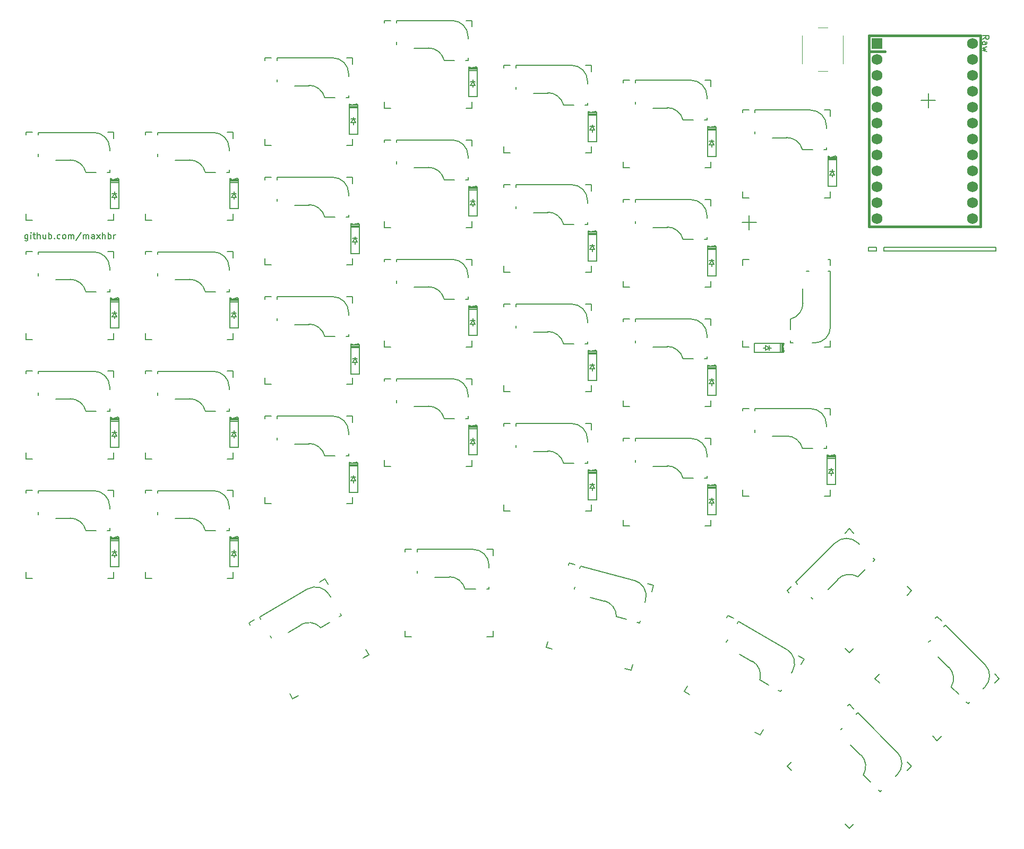
<source format=gbr>
%TF.GenerationSoftware,KiCad,Pcbnew,6.0.4*%
%TF.CreationDate,2022-04-28T08:17:54+02:00*%
%TF.ProjectId,mykeeb,6d796b65-6562-42e6-9b69-6361645f7063,rev?*%
%TF.SameCoordinates,Original*%
%TF.FileFunction,Legend,Top*%
%TF.FilePolarity,Positive*%
%FSLAX46Y46*%
G04 Gerber Fmt 4.6, Leading zero omitted, Abs format (unit mm)*
G04 Created by KiCad (PCBNEW 6.0.4) date 2022-04-28 08:17:54*
%MOMM*%
%LPD*%
G01*
G04 APERTURE LIST*
%ADD10C,0.150000*%
%ADD11C,0.200000*%
%ADD12C,0.120000*%
%ADD13C,0.381000*%
%ADD14C,1.752600*%
%ADD15R,1.752600X1.752600*%
G04 APERTURE END LIST*
D10*
X157162632Y-59531300D02*
X175022022Y-59531300D01*
X175022022Y-59531300D02*
X175022022Y-58935987D01*
X175022022Y-58935987D02*
X157162632Y-58935987D01*
X157162632Y-58935987D02*
X157162632Y-59531300D01*
X154781380Y-59531300D02*
X155972006Y-59531300D01*
X155972006Y-59531300D02*
X155972006Y-58935987D01*
X155972006Y-58935987D02*
X154781380Y-58935987D01*
X154781380Y-58935987D02*
X154781380Y-59531300D01*
X165449142Y-35504453D02*
X163163427Y-35504453D01*
X164306285Y-34361596D02*
X164306285Y-36647310D01*
X20670112Y-56935762D02*
X20670112Y-57745286D01*
X20622493Y-57840524D01*
X20574874Y-57888143D01*
X20479636Y-57935762D01*
X20336778Y-57935762D01*
X20241540Y-57888143D01*
X20670112Y-57554809D02*
X20574874Y-57602428D01*
X20384398Y-57602428D01*
X20289159Y-57554809D01*
X20241540Y-57507190D01*
X20193921Y-57411952D01*
X20193921Y-57126238D01*
X20241540Y-57031000D01*
X20289159Y-56983381D01*
X20384398Y-56935762D01*
X20574874Y-56935762D01*
X20670112Y-56983381D01*
X21146302Y-57602428D02*
X21146302Y-56935762D01*
X21146302Y-56602428D02*
X21098683Y-56650048D01*
X21146302Y-56697667D01*
X21193921Y-56650048D01*
X21146302Y-56602428D01*
X21146302Y-56697667D01*
X21479636Y-56935762D02*
X21860588Y-56935762D01*
X21622493Y-56602428D02*
X21622493Y-57459571D01*
X21670112Y-57554809D01*
X21765350Y-57602428D01*
X21860588Y-57602428D01*
X22193921Y-57602428D02*
X22193921Y-56602428D01*
X22622493Y-57602428D02*
X22622493Y-57078619D01*
X22574874Y-56983381D01*
X22479636Y-56935762D01*
X22336778Y-56935762D01*
X22241540Y-56983381D01*
X22193921Y-57031000D01*
X23527255Y-56935762D02*
X23527255Y-57602428D01*
X23098683Y-56935762D02*
X23098683Y-57459571D01*
X23146302Y-57554809D01*
X23241540Y-57602428D01*
X23384398Y-57602428D01*
X23479636Y-57554809D01*
X23527255Y-57507190D01*
X24003445Y-57602428D02*
X24003445Y-56602428D01*
X24003445Y-56983381D02*
X24098683Y-56935762D01*
X24289159Y-56935762D01*
X24384398Y-56983381D01*
X24432017Y-57031000D01*
X24479636Y-57126238D01*
X24479636Y-57411952D01*
X24432017Y-57507190D01*
X24384398Y-57554809D01*
X24289159Y-57602428D01*
X24098683Y-57602428D01*
X24003445Y-57554809D01*
X24908207Y-57507190D02*
X24955826Y-57554809D01*
X24908207Y-57602428D01*
X24860588Y-57554809D01*
X24908207Y-57507190D01*
X24908207Y-57602428D01*
X25812969Y-57554809D02*
X25717731Y-57602428D01*
X25527255Y-57602428D01*
X25432017Y-57554809D01*
X25384398Y-57507190D01*
X25336778Y-57411952D01*
X25336778Y-57126238D01*
X25384398Y-57031000D01*
X25432017Y-56983381D01*
X25527255Y-56935762D01*
X25717731Y-56935762D01*
X25812969Y-56983381D01*
X26384398Y-57602428D02*
X26289159Y-57554809D01*
X26241540Y-57507190D01*
X26193921Y-57411952D01*
X26193921Y-57126238D01*
X26241540Y-57031000D01*
X26289159Y-56983381D01*
X26384398Y-56935762D01*
X26527255Y-56935762D01*
X26622493Y-56983381D01*
X26670112Y-57031000D01*
X26717731Y-57126238D01*
X26717731Y-57411952D01*
X26670112Y-57507190D01*
X26622493Y-57554809D01*
X26527255Y-57602428D01*
X26384398Y-57602428D01*
X27146302Y-57602428D02*
X27146302Y-56935762D01*
X27146302Y-57031000D02*
X27193921Y-56983381D01*
X27289159Y-56935762D01*
X27432017Y-56935762D01*
X27527255Y-56983381D01*
X27574874Y-57078619D01*
X27574874Y-57602428D01*
X27574874Y-57078619D02*
X27622493Y-56983381D01*
X27717731Y-56935762D01*
X27860588Y-56935762D01*
X27955826Y-56983381D01*
X28003445Y-57078619D01*
X28003445Y-57602428D01*
X29193921Y-56554809D02*
X28336778Y-57840524D01*
X29527255Y-57602428D02*
X29527255Y-56935762D01*
X29527255Y-57031000D02*
X29574874Y-56983381D01*
X29670112Y-56935762D01*
X29812969Y-56935762D01*
X29908207Y-56983381D01*
X29955826Y-57078619D01*
X29955826Y-57602428D01*
X29955826Y-57078619D02*
X30003445Y-56983381D01*
X30098683Y-56935762D01*
X30241540Y-56935762D01*
X30336778Y-56983381D01*
X30384398Y-57078619D01*
X30384398Y-57602428D01*
X31289159Y-57602428D02*
X31289159Y-57078619D01*
X31241540Y-56983381D01*
X31146302Y-56935762D01*
X30955826Y-56935762D01*
X30860588Y-56983381D01*
X31289159Y-57554809D02*
X31193921Y-57602428D01*
X30955826Y-57602428D01*
X30860588Y-57554809D01*
X30812969Y-57459571D01*
X30812969Y-57364333D01*
X30860588Y-57269095D01*
X30955826Y-57221476D01*
X31193921Y-57221476D01*
X31289159Y-57173857D01*
X31670112Y-57602428D02*
X32193921Y-56935762D01*
X31670112Y-56935762D02*
X32193921Y-57602428D01*
X32574874Y-57602428D02*
X32574874Y-56602428D01*
X33003445Y-57602428D02*
X33003445Y-57078619D01*
X32955826Y-56983381D01*
X32860588Y-56935762D01*
X32717731Y-56935762D01*
X32622493Y-56983381D01*
X32574874Y-57031000D01*
X33479636Y-57602428D02*
X33479636Y-56602428D01*
X33479636Y-56983381D02*
X33574874Y-56935762D01*
X33765350Y-56935762D01*
X33860588Y-56983381D01*
X33908207Y-57031000D01*
X33955826Y-57126238D01*
X33955826Y-57411952D01*
X33908207Y-57507190D01*
X33860588Y-57554809D01*
X33765350Y-57602428D01*
X33574874Y-57602428D01*
X33479636Y-57554809D01*
X34384398Y-57602428D02*
X34384398Y-56935762D01*
X34384398Y-57126238D02*
X34432017Y-57031000D01*
X34479636Y-56983381D01*
X34574874Y-56935762D01*
X34670112Y-56935762D01*
X134588506Y-54983081D02*
X136874221Y-54983081D01*
X135731364Y-56125938D02*
X135731364Y-53840224D01*
%TO.C,U1*%
X172955619Y-25749333D02*
X173431809Y-25416000D01*
X172955619Y-25177904D02*
X173955619Y-25177904D01*
X173955619Y-25558857D01*
X173908000Y-25654095D01*
X173860380Y-25701714D01*
X173765142Y-25749333D01*
X173622285Y-25749333D01*
X173527047Y-25701714D01*
X173479428Y-25654095D01*
X173431809Y-25558857D01*
X173431809Y-25177904D01*
X172955619Y-26606476D02*
X173479428Y-26606476D01*
X173574666Y-26558857D01*
X173622285Y-26463619D01*
X173622285Y-26273142D01*
X173574666Y-26177904D01*
X173003238Y-26606476D02*
X172955619Y-26511238D01*
X172955619Y-26273142D01*
X173003238Y-26177904D01*
X173098476Y-26130285D01*
X173193714Y-26130285D01*
X173288952Y-26177904D01*
X173336571Y-26273142D01*
X173336571Y-26511238D01*
X173384190Y-26606476D01*
X173622285Y-26987428D02*
X172955619Y-27177904D01*
X173431809Y-27368380D01*
X172955619Y-27558857D01*
X173622285Y-27749333D01*
%TO.C,K26*%
X148684375Y-97678125D02*
X148684375Y-98678125D01*
X139398375Y-89138125D02*
X141684375Y-89138125D01*
X148684375Y-98678125D02*
X147684375Y-98678125D01*
X134684375Y-98678125D02*
X134684375Y-97678125D01*
X136604375Y-84693125D02*
X136604375Y-85074125D01*
X147653375Y-91043125D02*
X148034375Y-91043125D01*
X148684375Y-84678125D02*
X148684375Y-85678125D01*
X147684375Y-84678125D02*
X148684375Y-84678125D01*
X144224375Y-91043125D02*
X145875375Y-91043125D01*
X134684375Y-84678125D02*
X135684375Y-84678125D01*
X136604375Y-88122125D02*
X136604375Y-88503125D01*
X134684375Y-85074125D02*
X134684375Y-84678125D01*
X145494375Y-84693125D02*
X136604375Y-84693125D01*
X148034375Y-87233125D02*
X148034375Y-87614125D01*
X135684375Y-98678125D02*
X134684375Y-98678125D01*
X148034375Y-91043125D02*
X148034375Y-90662125D01*
X144224374Y-91043126D02*
G75*
G03*
X141684376Y-89059954I-2539999J-634999D01*
G01*
X148034375Y-87233125D02*
G75*
G03*
X145494375Y-84693125I-2540000J0D01*
G01*
D11*
%TO.C,D33*%
X92186125Y-87277625D02*
X91424125Y-87477625D01*
X90978125Y-87277625D02*
X90978125Y-92077625D01*
X92378125Y-87477625D02*
X90978125Y-87477625D01*
X92378125Y-92077625D02*
X90978125Y-92077625D01*
X91678125Y-89677625D02*
X91678125Y-89377625D01*
X92378125Y-87423625D02*
X92378125Y-92077625D01*
X92028125Y-90277625D02*
X91278125Y-90277625D01*
X92028125Y-89677625D02*
X91278125Y-89677625D01*
X92378125Y-87877625D02*
X90978125Y-87877625D01*
X91278125Y-90277625D02*
X91678125Y-89677625D01*
X91678125Y-90277625D02*
X91678125Y-90577625D01*
X92378125Y-87677625D02*
X90978125Y-87677625D01*
X91678125Y-89677625D02*
X92028125Y-90277625D01*
X92186125Y-87277625D02*
X92378125Y-87423625D01*
X91424125Y-87477625D02*
X90978125Y-87277625D01*
D10*
%TO.C,K14*%
X109553375Y-55324375D02*
X109934375Y-55324375D01*
X110584375Y-62959375D02*
X109584375Y-62959375D01*
X97584375Y-62959375D02*
X96584375Y-62959375D01*
X96584375Y-48959375D02*
X97584375Y-48959375D01*
X101298375Y-53419375D02*
X103584375Y-53419375D01*
X98504375Y-48974375D02*
X98504375Y-49355375D01*
X110584375Y-48959375D02*
X110584375Y-49959375D01*
X109934375Y-51514375D02*
X109934375Y-51895375D01*
X98504375Y-52403375D02*
X98504375Y-52784375D01*
X96584375Y-49355375D02*
X96584375Y-48959375D01*
X109934375Y-55324375D02*
X109934375Y-54943375D01*
X96584375Y-62959375D02*
X96584375Y-61959375D01*
X109584375Y-48959375D02*
X110584375Y-48959375D01*
X110584375Y-61959375D02*
X110584375Y-62959375D01*
X107394375Y-48974375D02*
X98504375Y-48974375D01*
X106124375Y-55324375D02*
X107775375Y-55324375D01*
X109934375Y-51514375D02*
G75*
G03*
X107394375Y-48974375I-2540000J0D01*
G01*
X106124374Y-55324376D02*
G75*
G03*
X103584376Y-53341204I-2539999J-634999D01*
G01*
%TO.C,K12*%
X71834375Y-50323750D02*
X71834375Y-50704750D01*
X72484375Y-47768750D02*
X72484375Y-48768750D01*
X60404375Y-47783750D02*
X60404375Y-48164750D01*
X71484375Y-47768750D02*
X72484375Y-47768750D01*
X72484375Y-61768750D02*
X71484375Y-61768750D01*
X59484375Y-61768750D02*
X58484375Y-61768750D01*
X68024375Y-54133750D02*
X69675375Y-54133750D01*
X72484375Y-60768750D02*
X72484375Y-61768750D01*
X58484375Y-61768750D02*
X58484375Y-60768750D01*
X71453375Y-54133750D02*
X71834375Y-54133750D01*
X63198375Y-52228750D02*
X65484375Y-52228750D01*
X69294375Y-47783750D02*
X60404375Y-47783750D01*
X71834375Y-54133750D02*
X71834375Y-53752750D01*
X58484375Y-48164750D02*
X58484375Y-47768750D01*
X60404375Y-51212750D02*
X60404375Y-51593750D01*
X58484375Y-47768750D02*
X59484375Y-47768750D01*
X71834375Y-50323750D02*
G75*
G03*
X69294375Y-47783750I-2540000J0D01*
G01*
X68024374Y-54133751D02*
G75*
G03*
X65484376Y-52150579I-2539999J-634999D01*
G01*
D11*
%TO.C,D32*%
X72228125Y-96230750D02*
X72628125Y-95630750D01*
X73328125Y-98030750D02*
X71928125Y-98030750D01*
X73136125Y-93230750D02*
X73328125Y-93376750D01*
X72374125Y-93430750D02*
X71928125Y-93230750D01*
X73328125Y-93376750D02*
X73328125Y-98030750D01*
X72628125Y-95630750D02*
X72978125Y-96230750D01*
X72628125Y-95630750D02*
X72628125Y-95330750D01*
X72978125Y-95630750D02*
X72228125Y-95630750D01*
X73328125Y-93430750D02*
X71928125Y-93430750D01*
X71928125Y-93230750D02*
X71928125Y-98030750D01*
X73328125Y-93830750D02*
X71928125Y-93830750D01*
X72628125Y-96230750D02*
X72628125Y-96530750D01*
X72978125Y-96230750D02*
X72228125Y-96230750D01*
X73136125Y-93230750D02*
X72374125Y-93430750D01*
X73328125Y-93630750D02*
X71928125Y-93630750D01*
D10*
%TO.C,K22*%
X71484375Y-66818750D02*
X72484375Y-66818750D01*
X72484375Y-80818750D02*
X71484375Y-80818750D01*
X72484375Y-79818750D02*
X72484375Y-80818750D01*
X58484375Y-80818750D02*
X58484375Y-79818750D01*
X71834375Y-73183750D02*
X71834375Y-72802750D01*
X69294375Y-66833750D02*
X60404375Y-66833750D01*
X59484375Y-80818750D02*
X58484375Y-80818750D01*
X58484375Y-67214750D02*
X58484375Y-66818750D01*
X72484375Y-66818750D02*
X72484375Y-67818750D01*
X71453375Y-73183750D02*
X71834375Y-73183750D01*
X58484375Y-66818750D02*
X59484375Y-66818750D01*
X63198375Y-71278750D02*
X65484375Y-71278750D01*
X60404375Y-70262750D02*
X60404375Y-70643750D01*
X60404375Y-66833750D02*
X60404375Y-67214750D01*
X71834375Y-69373750D02*
X71834375Y-69754750D01*
X68024375Y-73183750D02*
X69675375Y-73183750D01*
X68024374Y-73183751D02*
G75*
G03*
X65484376Y-71200579I-2539999J-634999D01*
G01*
X71834375Y-69373750D02*
G75*
G03*
X69294375Y-66833750I-2540000J0D01*
G01*
%TO.C,K45*%
X170631740Y-131807237D02*
X170901148Y-131537830D01*
X164614968Y-121659548D02*
X164345561Y-121928956D01*
X170362332Y-131537830D02*
X170631740Y-131807237D01*
X155793104Y-127766122D02*
X156500211Y-127059015D01*
X175592094Y-127766122D02*
X174884987Y-128473229D01*
X174884987Y-127059015D02*
X175592094Y-127766122D01*
X156500211Y-128473229D02*
X155793104Y-127766122D01*
X165412585Y-118146641D02*
X165692599Y-117866627D01*
X167937663Y-129113160D02*
X169105096Y-130280594D01*
X166399706Y-136958510D02*
X165692599Y-137665617D01*
X167039637Y-119234879D02*
X166770230Y-119504286D01*
X165692599Y-137665617D02*
X164985492Y-136958510D01*
X165872204Y-124353625D02*
X167488650Y-125970071D01*
X165692599Y-117866627D02*
X166399706Y-118573734D01*
X173325817Y-125521058D02*
X167039637Y-119234879D01*
X173325817Y-129113160D02*
X173056409Y-129382568D01*
X173325817Y-129113160D02*
G75*
G03*
X173325817Y-125521058I-1796052J1796051D01*
G01*
X167937662Y-129113160D02*
G75*
G03*
X167543926Y-125914796I-2245063J1347038D01*
G01*
%TO.C,K44*%
X156631740Y-145807237D02*
X156901148Y-145537830D01*
X153039637Y-133234879D02*
X152770230Y-133504286D01*
X150614968Y-135659548D02*
X150345561Y-135928956D01*
X151692599Y-151665617D02*
X150985492Y-150958510D01*
X160884987Y-141059015D02*
X161592094Y-141766122D01*
X156362332Y-145537830D02*
X156631740Y-145807237D01*
X159325817Y-143113160D02*
X159056409Y-143382568D01*
X161592094Y-141766122D02*
X160884987Y-142473229D01*
X151412585Y-132146641D02*
X151692599Y-131866627D01*
X151692599Y-131866627D02*
X152399706Y-132573734D01*
X141793104Y-141766122D02*
X142500211Y-141059015D01*
X142500211Y-142473229D02*
X141793104Y-141766122D01*
X151872204Y-138353625D02*
X153488650Y-139970071D01*
X159325817Y-139521058D02*
X153039637Y-133234879D01*
X153937663Y-143113160D02*
X155105096Y-144280594D01*
X152399706Y-150958510D02*
X151692599Y-151665617D01*
X153937662Y-143113160D02*
G75*
G03*
X153543926Y-139914796I-2245063J1347038D01*
G01*
X159325817Y-143113160D02*
G75*
G03*
X159325817Y-139521058I-1796052J1796051D01*
G01*
D11*
%TO.C,D10*%
X34528125Y-69437000D02*
X34878125Y-70037000D01*
X35228125Y-67183000D02*
X35228125Y-71837000D01*
X35228125Y-71837000D02*
X33828125Y-71837000D01*
X34128125Y-70037000D02*
X34528125Y-69437000D01*
X35036125Y-67037000D02*
X34274125Y-67237000D01*
X35228125Y-67437000D02*
X33828125Y-67437000D01*
X34274125Y-67237000D02*
X33828125Y-67037000D01*
X34528125Y-70037000D02*
X34528125Y-70337000D01*
X35228125Y-67637000D02*
X33828125Y-67637000D01*
X34878125Y-69437000D02*
X34128125Y-69437000D01*
X34528125Y-69437000D02*
X34528125Y-69137000D01*
X35036125Y-67037000D02*
X35228125Y-67183000D01*
X33828125Y-67037000D02*
X33828125Y-71837000D01*
X35228125Y-67237000D02*
X33828125Y-67237000D01*
X34878125Y-70037000D02*
X34128125Y-70037000D01*
%TO.C,D2*%
X73328125Y-40880750D02*
X71928125Y-40880750D01*
X72628125Y-39080750D02*
X72628125Y-39380750D01*
X73328125Y-36480750D02*
X71928125Y-36480750D01*
X72978125Y-39080750D02*
X72228125Y-39080750D01*
X72228125Y-39080750D02*
X72628125Y-38480750D01*
X73136125Y-36080750D02*
X73328125Y-36226750D01*
X72978125Y-38480750D02*
X72228125Y-38480750D01*
X72374125Y-36280750D02*
X71928125Y-36080750D01*
X72628125Y-38480750D02*
X72978125Y-39080750D01*
X73328125Y-36680750D02*
X71928125Y-36680750D01*
X72628125Y-38480750D02*
X72628125Y-38180750D01*
X71928125Y-36080750D02*
X71928125Y-40880750D01*
X73328125Y-36280750D02*
X71928125Y-36280750D01*
X73328125Y-36226750D02*
X73328125Y-40880750D01*
X73136125Y-36080750D02*
X72374125Y-36280750D01*
D12*
%TO.C,SW1*%
X146696875Y-30884375D02*
X148196875Y-30884375D01*
X148196875Y-23884375D02*
X146696875Y-23884375D01*
X144196875Y-25134375D02*
X144196875Y-29634375D01*
X150696875Y-29634375D02*
X150696875Y-25134375D01*
D10*
%TO.C,K30*%
X33353375Y-104140000D02*
X33734375Y-104140000D01*
X34384375Y-111775000D02*
X33384375Y-111775000D01*
X29924375Y-104140000D02*
X31575375Y-104140000D01*
X33384375Y-97775000D02*
X34384375Y-97775000D01*
X25098375Y-102235000D02*
X27384375Y-102235000D01*
X22304375Y-101219000D02*
X22304375Y-101600000D01*
X33734375Y-104140000D02*
X33734375Y-103759000D01*
X33734375Y-100330000D02*
X33734375Y-100711000D01*
X22304375Y-97790000D02*
X22304375Y-98171000D01*
X31194375Y-97790000D02*
X22304375Y-97790000D01*
X34384375Y-97775000D02*
X34384375Y-98775000D01*
X20384375Y-111775000D02*
X20384375Y-110775000D01*
X34384375Y-110775000D02*
X34384375Y-111775000D01*
X20384375Y-98171000D02*
X20384375Y-97775000D01*
X20384375Y-97775000D02*
X21384375Y-97775000D01*
X21384375Y-111775000D02*
X20384375Y-111775000D01*
X29924374Y-104140001D02*
G75*
G03*
X27384376Y-102156829I-2539999J-634999D01*
G01*
X33734375Y-100330000D02*
G75*
G03*
X31194375Y-97790000I-2540000J0D01*
G01*
D11*
%TO.C,D14*%
X110728125Y-58721375D02*
X111078125Y-59321375D01*
X111078125Y-58721375D02*
X110328125Y-58721375D01*
X111428125Y-56521375D02*
X110028125Y-56521375D01*
X111428125Y-56467375D02*
X111428125Y-61121375D01*
X111236125Y-56321375D02*
X111428125Y-56467375D01*
X111428125Y-56921375D02*
X110028125Y-56921375D01*
X110328125Y-59321375D02*
X110728125Y-58721375D01*
X110474125Y-56521375D02*
X110028125Y-56321375D01*
X111236125Y-56321375D02*
X110474125Y-56521375D01*
X111078125Y-59321375D02*
X110328125Y-59321375D01*
X111428125Y-56721375D02*
X110028125Y-56721375D01*
X110028125Y-56321375D02*
X110028125Y-61121375D01*
X110728125Y-58721375D02*
X110728125Y-58421375D01*
X111428125Y-61121375D02*
X110028125Y-61121375D01*
X110728125Y-59321375D02*
X110728125Y-59621375D01*
%TO.C,D5*%
X130286125Y-39652625D02*
X130478125Y-39798625D01*
X130478125Y-39798625D02*
X130478125Y-44452625D01*
X130478125Y-40252625D02*
X129078125Y-40252625D01*
X129778125Y-42052625D02*
X129778125Y-41752625D01*
X130128125Y-42052625D02*
X129378125Y-42052625D01*
X129778125Y-42052625D02*
X130128125Y-42652625D01*
X130478125Y-39852625D02*
X129078125Y-39852625D01*
X129778125Y-42652625D02*
X129778125Y-42952625D01*
X130478125Y-40052625D02*
X129078125Y-40052625D01*
X129524125Y-39852625D02*
X129078125Y-39652625D01*
X130478125Y-44452625D02*
X129078125Y-44452625D01*
X130128125Y-42652625D02*
X129378125Y-42652625D01*
X130286125Y-39652625D02*
X129524125Y-39852625D01*
X129378125Y-42652625D02*
X129778125Y-42052625D01*
X129078125Y-39652625D02*
X129078125Y-44452625D01*
%TO.C,D15*%
X130478125Y-59302625D02*
X129078125Y-59302625D01*
X129078125Y-58702625D02*
X129078125Y-63502625D01*
X130128125Y-61102625D02*
X129378125Y-61102625D01*
X130478125Y-58848625D02*
X130478125Y-63502625D01*
X130478125Y-63502625D02*
X129078125Y-63502625D01*
X129524125Y-58902625D02*
X129078125Y-58702625D01*
X129778125Y-61102625D02*
X130128125Y-61702625D01*
X130478125Y-58902625D02*
X129078125Y-58902625D01*
X129778125Y-61102625D02*
X129778125Y-60802625D01*
X130478125Y-59102625D02*
X129078125Y-59102625D01*
X130286125Y-58702625D02*
X129524125Y-58902625D01*
X129378125Y-61702625D02*
X129778125Y-61102625D01*
X130128125Y-61702625D02*
X129378125Y-61702625D01*
X129778125Y-61702625D02*
X129778125Y-62002625D01*
X130286125Y-58702625D02*
X130478125Y-58848625D01*
%TO.C,D11*%
X52878125Y-67037000D02*
X52878125Y-71837000D01*
X54278125Y-67237000D02*
X52878125Y-67237000D01*
X54278125Y-67183000D02*
X54278125Y-71837000D01*
X54086125Y-67037000D02*
X54278125Y-67183000D01*
X53578125Y-69437000D02*
X53578125Y-69137000D01*
X54278125Y-67437000D02*
X52878125Y-67437000D01*
X53928125Y-69437000D02*
X53178125Y-69437000D01*
X53928125Y-70037000D02*
X53178125Y-70037000D01*
X54278125Y-67637000D02*
X52878125Y-67637000D01*
X53578125Y-69437000D02*
X53928125Y-70037000D01*
X54086125Y-67037000D02*
X53324125Y-67237000D01*
X54278125Y-71837000D02*
X52878125Y-71837000D01*
X53578125Y-70037000D02*
X53578125Y-70337000D01*
X53324125Y-67237000D02*
X52878125Y-67037000D01*
X53178125Y-70037000D02*
X53578125Y-69437000D01*
D10*
%TO.C,K31*%
X52403375Y-104140000D02*
X52784375Y-104140000D01*
X40434375Y-111775000D02*
X39434375Y-111775000D01*
X44148375Y-102235000D02*
X46434375Y-102235000D01*
X52784375Y-100330000D02*
X52784375Y-100711000D01*
X52784375Y-104140000D02*
X52784375Y-103759000D01*
X50244375Y-97790000D02*
X41354375Y-97790000D01*
X41354375Y-101219000D02*
X41354375Y-101600000D01*
X39434375Y-111775000D02*
X39434375Y-110775000D01*
X53434375Y-110775000D02*
X53434375Y-111775000D01*
X53434375Y-97775000D02*
X53434375Y-98775000D01*
X48974375Y-104140000D02*
X50625375Y-104140000D01*
X39434375Y-97775000D02*
X40434375Y-97775000D01*
X53434375Y-111775000D02*
X52434375Y-111775000D01*
X39434375Y-98171000D02*
X39434375Y-97775000D01*
X52434375Y-97775000D02*
X53434375Y-97775000D01*
X41354375Y-97790000D02*
X41354375Y-98171000D01*
X48974374Y-104140001D02*
G75*
G03*
X46434376Y-102156829I-2539999J-634999D01*
G01*
X52784375Y-100330000D02*
G75*
G03*
X50244375Y-97790000I-2540000J0D01*
G01*
%TO.C,K40*%
X62922197Y-131005928D02*
X62422197Y-130139902D01*
X74546553Y-123139902D02*
X75046553Y-124005928D01*
X57592466Y-117934563D02*
X57782966Y-118264518D01*
X56120197Y-119224518D02*
X55922197Y-118881572D01*
X68761136Y-114419267D02*
X68951636Y-114749223D01*
X70336181Y-117909324D02*
X70666136Y-117718824D01*
X67180527Y-112381572D02*
X68046553Y-111881572D01*
X67366580Y-119623824D02*
X68796387Y-118798324D01*
X65291432Y-113489563D02*
X57592466Y-117934563D01*
X68046553Y-111881572D02*
X68546553Y-112747598D01*
X63788223Y-130505928D02*
X62922197Y-131005928D01*
X75046553Y-124005928D02*
X74180527Y-124505928D01*
X70666136Y-117718824D02*
X70475636Y-117388868D01*
X55922197Y-118881572D02*
X56788223Y-118381572D01*
X59306966Y-120904164D02*
X59497466Y-121234119D01*
X62234641Y-120387045D02*
X64214375Y-119244045D01*
X68761136Y-114419267D02*
G75*
G03*
X65291432Y-113489563I-2199704J-1270000D01*
G01*
X67366579Y-119623825D02*
G75*
G03*
X64175290Y-119176347I-1882204J-1819925D01*
G01*
%TO.C,K46*%
X150985492Y-104573734D02*
X151692599Y-103866627D01*
X161592094Y-113766122D02*
X160884987Y-114473229D01*
X148280102Y-113586517D02*
X149896548Y-111970071D01*
X155733714Y-108826981D02*
X155464307Y-108557573D01*
X145586025Y-114843753D02*
X145855433Y-115113160D01*
X152399706Y-122958510D02*
X151692599Y-123665617D01*
X155464307Y-109096389D02*
X155733714Y-108826981D01*
X153039637Y-111521058D02*
X154207071Y-110353625D01*
X149447535Y-106132904D02*
X143161356Y-112419084D01*
X160884987Y-113059015D02*
X161592094Y-113766122D01*
X141793104Y-113766122D02*
X142500211Y-113059015D01*
X151692599Y-123665617D02*
X150985492Y-122958510D01*
X143161356Y-112419084D02*
X143430763Y-112688491D01*
X153039637Y-106132904D02*
X153309045Y-106402312D01*
X151692599Y-103866627D02*
X152399706Y-104573734D01*
X142073118Y-114046136D02*
X141793104Y-113766122D01*
X153039637Y-106132904D02*
G75*
G03*
X149447535Y-106132904I-1796051J-1796052D01*
G01*
X153039637Y-111521059D02*
G75*
G03*
X149841273Y-111914795I-1347038J-2245063D01*
G01*
D11*
%TO.C,D16*%
X141122375Y-74755375D02*
X141322375Y-74309375D01*
X136522375Y-75709375D02*
X136522375Y-74309375D01*
X141122375Y-75709375D02*
X141122375Y-74309375D01*
X141322375Y-75517375D02*
X141176375Y-75709375D01*
X138322375Y-75009375D02*
X138022375Y-75009375D01*
X141176375Y-75709375D02*
X136522375Y-75709375D01*
X141322375Y-75517375D02*
X141122375Y-74755375D01*
X138922375Y-75009375D02*
X139222375Y-75009375D01*
X138322375Y-74609375D02*
X138922375Y-75009375D01*
X141322375Y-74309375D02*
X136522375Y-74309375D01*
X138922375Y-75009375D02*
X138322375Y-75359375D01*
X138922375Y-75359375D02*
X138922375Y-74609375D01*
X140922375Y-75709375D02*
X140922375Y-74309375D01*
X140722375Y-75709375D02*
X140722375Y-74309375D01*
X138322375Y-75359375D02*
X138322375Y-74609375D01*
D10*
%TO.C,K20*%
X20384375Y-78725000D02*
X21384375Y-78725000D01*
X29924375Y-85090000D02*
X31575375Y-85090000D01*
X33384375Y-78725000D02*
X34384375Y-78725000D01*
X33353375Y-85090000D02*
X33734375Y-85090000D01*
X22304375Y-82169000D02*
X22304375Y-82550000D01*
X20384375Y-79121000D02*
X20384375Y-78725000D01*
X34384375Y-78725000D02*
X34384375Y-79725000D01*
X31194375Y-78740000D02*
X22304375Y-78740000D01*
X33734375Y-81280000D02*
X33734375Y-81661000D01*
X33734375Y-85090000D02*
X33734375Y-84709000D01*
X34384375Y-92725000D02*
X33384375Y-92725000D01*
X25098375Y-83185000D02*
X27384375Y-83185000D01*
X22304375Y-78740000D02*
X22304375Y-79121000D01*
X34384375Y-91725000D02*
X34384375Y-92725000D01*
X20384375Y-92725000D02*
X20384375Y-91725000D01*
X21384375Y-92725000D02*
X20384375Y-92725000D01*
X29924374Y-85090001D02*
G75*
G03*
X27384376Y-83106829I-2539999J-634999D01*
G01*
X33734375Y-81280000D02*
G75*
G03*
X31194375Y-78740000I-2540000J0D01*
G01*
D11*
%TO.C,D30*%
X35036125Y-105137000D02*
X34274125Y-105337000D01*
X34128125Y-108137000D02*
X34528125Y-107537000D01*
X35228125Y-105337000D02*
X33828125Y-105337000D01*
X34878125Y-108137000D02*
X34128125Y-108137000D01*
X34878125Y-107537000D02*
X34128125Y-107537000D01*
X35228125Y-105537000D02*
X33828125Y-105537000D01*
X35228125Y-105737000D02*
X33828125Y-105737000D01*
X34274125Y-105337000D02*
X33828125Y-105137000D01*
X35228125Y-109937000D02*
X33828125Y-109937000D01*
X34528125Y-107537000D02*
X34878125Y-108137000D01*
X35036125Y-105137000D02*
X35228125Y-105283000D01*
X33828125Y-105137000D02*
X33828125Y-109937000D01*
X34528125Y-107537000D02*
X34528125Y-107237000D01*
X34528125Y-108137000D02*
X34528125Y-108437000D01*
X35228125Y-105283000D02*
X35228125Y-109937000D01*
%TO.C,D25*%
X130128125Y-80752625D02*
X129378125Y-80752625D01*
X129778125Y-80152625D02*
X129778125Y-79852625D01*
X130286125Y-77752625D02*
X129524125Y-77952625D01*
X130128125Y-80152625D02*
X129378125Y-80152625D01*
X130478125Y-78352625D02*
X129078125Y-78352625D01*
X129778125Y-80152625D02*
X130128125Y-80752625D01*
X130478125Y-78152625D02*
X129078125Y-78152625D01*
X130478125Y-77898625D02*
X130478125Y-82552625D01*
X129524125Y-77952625D02*
X129078125Y-77752625D01*
X130478125Y-77952625D02*
X129078125Y-77952625D01*
X129378125Y-80752625D02*
X129778125Y-80152625D01*
X130286125Y-77752625D02*
X130478125Y-77898625D01*
X130478125Y-82552625D02*
X129078125Y-82552625D01*
X129778125Y-80752625D02*
X129778125Y-81052625D01*
X129078125Y-77752625D02*
X129078125Y-82552625D01*
%TO.C,D0*%
X35228125Y-48133000D02*
X35228125Y-52787000D01*
X34528125Y-50387000D02*
X34878125Y-50987000D01*
X34528125Y-50987000D02*
X34528125Y-51287000D01*
X34878125Y-50987000D02*
X34128125Y-50987000D01*
X35036125Y-47987000D02*
X35228125Y-48133000D01*
X34528125Y-50387000D02*
X34528125Y-50087000D01*
X33828125Y-47987000D02*
X33828125Y-52787000D01*
X35036125Y-47987000D02*
X34274125Y-48187000D01*
X34878125Y-50387000D02*
X34128125Y-50387000D01*
X35228125Y-48387000D02*
X33828125Y-48387000D01*
X35228125Y-48587000D02*
X33828125Y-48587000D01*
X34128125Y-50987000D02*
X34528125Y-50387000D01*
X35228125Y-48187000D02*
X33828125Y-48187000D01*
X34274125Y-48187000D02*
X33828125Y-47987000D01*
X35228125Y-52787000D02*
X33828125Y-52787000D01*
%TO.C,D4*%
X110328125Y-40271375D02*
X110728125Y-39671375D01*
X111428125Y-37671375D02*
X110028125Y-37671375D01*
X111428125Y-37417375D02*
X111428125Y-42071375D01*
X111428125Y-37471375D02*
X110028125Y-37471375D01*
X111236125Y-37271375D02*
X111428125Y-37417375D01*
X110728125Y-40271375D02*
X110728125Y-40571375D01*
X111428125Y-37871375D02*
X110028125Y-37871375D01*
X111078125Y-39671375D02*
X110328125Y-39671375D01*
X110728125Y-39671375D02*
X111078125Y-40271375D01*
X110728125Y-39671375D02*
X110728125Y-39371375D01*
X111236125Y-37271375D02*
X110474125Y-37471375D01*
X111428125Y-42071375D02*
X110028125Y-42071375D01*
X110474125Y-37471375D02*
X110028125Y-37271375D01*
X111078125Y-40271375D02*
X110328125Y-40271375D01*
X110028125Y-37271375D02*
X110028125Y-42071375D01*
D10*
%TO.C,K11*%
X53434375Y-59675000D02*
X53434375Y-60675000D01*
X52403375Y-66040000D02*
X52784375Y-66040000D01*
X48974375Y-66040000D02*
X50625375Y-66040000D01*
X39434375Y-73675000D02*
X39434375Y-72675000D01*
X39434375Y-60071000D02*
X39434375Y-59675000D01*
X52434375Y-59675000D02*
X53434375Y-59675000D01*
X53434375Y-72675000D02*
X53434375Y-73675000D01*
X44148375Y-64135000D02*
X46434375Y-64135000D01*
X41354375Y-59690000D02*
X41354375Y-60071000D01*
X53434375Y-73675000D02*
X52434375Y-73675000D01*
X40434375Y-73675000D02*
X39434375Y-73675000D01*
X52784375Y-66040000D02*
X52784375Y-65659000D01*
X41354375Y-63119000D02*
X41354375Y-63500000D01*
X50244375Y-59690000D02*
X41354375Y-59690000D01*
X52784375Y-62230000D02*
X52784375Y-62611000D01*
X39434375Y-59675000D02*
X40434375Y-59675000D01*
X52784375Y-62230000D02*
G75*
G03*
X50244375Y-59690000I-2540000J0D01*
G01*
X48974374Y-66040001D02*
G75*
G03*
X46434376Y-64056829I-2539999J-634999D01*
G01*
%TO.C,K4*%
X97584375Y-43909375D02*
X96584375Y-43909375D01*
X96584375Y-30305375D02*
X96584375Y-29909375D01*
X110584375Y-29909375D02*
X110584375Y-30909375D01*
X110584375Y-42909375D02*
X110584375Y-43909375D01*
X98504375Y-29924375D02*
X98504375Y-30305375D01*
X107394375Y-29924375D02*
X98504375Y-29924375D01*
X109584375Y-29909375D02*
X110584375Y-29909375D01*
X96584375Y-29909375D02*
X97584375Y-29909375D01*
X96584375Y-43909375D02*
X96584375Y-42909375D01*
X106124375Y-36274375D02*
X107775375Y-36274375D01*
X110584375Y-43909375D02*
X109584375Y-43909375D01*
X98504375Y-33353375D02*
X98504375Y-33734375D01*
X109553375Y-36274375D02*
X109934375Y-36274375D01*
X109934375Y-32464375D02*
X109934375Y-32845375D01*
X109934375Y-36274375D02*
X109934375Y-35893375D01*
X101298375Y-34369375D02*
X103584375Y-34369375D01*
X106124374Y-36274376D02*
G75*
G03*
X103584376Y-34291204I-2539999J-634999D01*
G01*
X109934375Y-32464375D02*
G75*
G03*
X107394375Y-29924375I-2540000J0D01*
G01*
D11*
%TO.C,D31*%
X54278125Y-105537000D02*
X52878125Y-105537000D01*
X53928125Y-108137000D02*
X53178125Y-108137000D01*
X54086125Y-105137000D02*
X53324125Y-105337000D01*
X53324125Y-105337000D02*
X52878125Y-105137000D01*
X53178125Y-108137000D02*
X53578125Y-107537000D01*
X53578125Y-107537000D02*
X53928125Y-108137000D01*
X53578125Y-107537000D02*
X53578125Y-107237000D01*
X54086125Y-105137000D02*
X54278125Y-105283000D01*
X53578125Y-108137000D02*
X53578125Y-108437000D01*
X54278125Y-105283000D02*
X54278125Y-109937000D01*
X54278125Y-105737000D02*
X52878125Y-105737000D01*
X52878125Y-105137000D02*
X52878125Y-109937000D01*
X53928125Y-107537000D02*
X53178125Y-107537000D01*
X54278125Y-105337000D02*
X52878125Y-105337000D01*
X54278125Y-109937000D02*
X52878125Y-109937000D01*
D10*
%TO.C,K10*%
X20384375Y-73675000D02*
X20384375Y-72675000D01*
X22304375Y-63119000D02*
X22304375Y-63500000D01*
X33734375Y-66040000D02*
X33734375Y-65659000D01*
X33734375Y-62230000D02*
X33734375Y-62611000D01*
X29924375Y-66040000D02*
X31575375Y-66040000D01*
X20384375Y-60071000D02*
X20384375Y-59675000D01*
X22304375Y-59690000D02*
X22304375Y-60071000D01*
X31194375Y-59690000D02*
X22304375Y-59690000D01*
X34384375Y-72675000D02*
X34384375Y-73675000D01*
X33384375Y-59675000D02*
X34384375Y-59675000D01*
X34384375Y-73675000D02*
X33384375Y-73675000D01*
X20384375Y-59675000D02*
X21384375Y-59675000D01*
X33353375Y-66040000D02*
X33734375Y-66040000D01*
X25098375Y-64135000D02*
X27384375Y-64135000D01*
X21384375Y-73675000D02*
X20384375Y-73675000D01*
X34384375Y-59675000D02*
X34384375Y-60675000D01*
X33734375Y-62230000D02*
G75*
G03*
X31194375Y-59690000I-2540000J0D01*
G01*
X29924374Y-66040001D02*
G75*
G03*
X27384376Y-64056829I-2539999J-634999D01*
G01*
D11*
%TO.C,D3*%
X91424125Y-30327625D02*
X90978125Y-30127625D01*
X91678125Y-33127625D02*
X91678125Y-33427625D01*
X92378125Y-30273625D02*
X92378125Y-34927625D01*
X92028125Y-32527625D02*
X91278125Y-32527625D01*
X92378125Y-30727625D02*
X90978125Y-30727625D01*
X92028125Y-33127625D02*
X91278125Y-33127625D01*
X91678125Y-32527625D02*
X91678125Y-32227625D01*
X90978125Y-30127625D02*
X90978125Y-34927625D01*
X92378125Y-30527625D02*
X90978125Y-30527625D01*
X92378125Y-34927625D02*
X90978125Y-34927625D01*
X92186125Y-30127625D02*
X91424125Y-30327625D01*
X92186125Y-30127625D02*
X92378125Y-30273625D01*
X92378125Y-30327625D02*
X90978125Y-30327625D01*
X91678125Y-32527625D02*
X92028125Y-33127625D01*
X91278125Y-33127625D02*
X91678125Y-32527625D01*
%TO.C,D13*%
X92378125Y-49577625D02*
X90978125Y-49577625D01*
X92378125Y-49777625D02*
X90978125Y-49777625D01*
X90978125Y-49177625D02*
X90978125Y-53977625D01*
X91678125Y-52177625D02*
X91678125Y-52477625D01*
X92186125Y-49177625D02*
X92378125Y-49323625D01*
X91678125Y-51577625D02*
X92028125Y-52177625D01*
X92378125Y-49377625D02*
X90978125Y-49377625D01*
X92378125Y-53977625D02*
X90978125Y-53977625D01*
X91424125Y-49377625D02*
X90978125Y-49177625D01*
X91678125Y-51577625D02*
X91678125Y-51277625D01*
X92186125Y-49177625D02*
X91424125Y-49377625D01*
X91278125Y-52177625D02*
X91678125Y-51577625D01*
X92028125Y-52177625D02*
X91278125Y-52177625D01*
X92028125Y-51577625D02*
X91278125Y-51577625D01*
X92378125Y-49323625D02*
X92378125Y-53977625D01*
%TO.C,D20*%
X35228125Y-86687000D02*
X33828125Y-86687000D01*
X35228125Y-86487000D02*
X33828125Y-86487000D01*
X34128125Y-89087000D02*
X34528125Y-88487000D01*
X33828125Y-86087000D02*
X33828125Y-90887000D01*
X34528125Y-88487000D02*
X34528125Y-88187000D01*
X35036125Y-86087000D02*
X34274125Y-86287000D01*
X35228125Y-86287000D02*
X33828125Y-86287000D01*
X34878125Y-88487000D02*
X34128125Y-88487000D01*
X35228125Y-86233000D02*
X35228125Y-90887000D01*
X34528125Y-88487000D02*
X34878125Y-89087000D01*
X34878125Y-89087000D02*
X34128125Y-89087000D01*
X34274125Y-86287000D02*
X33828125Y-86087000D01*
X35228125Y-90887000D02*
X33828125Y-90887000D01*
X34528125Y-89087000D02*
X34528125Y-89387000D01*
X35036125Y-86087000D02*
X35228125Y-86233000D01*
D10*
%TO.C,K3*%
X90884375Y-29130625D02*
X90884375Y-28749625D01*
X77534375Y-22765625D02*
X78534375Y-22765625D01*
X77534375Y-23161625D02*
X77534375Y-22765625D01*
X91534375Y-22765625D02*
X91534375Y-23765625D01*
X90503375Y-29130625D02*
X90884375Y-29130625D01*
X91534375Y-35765625D02*
X91534375Y-36765625D01*
X88344375Y-22780625D02*
X79454375Y-22780625D01*
X90884375Y-25320625D02*
X90884375Y-25701625D01*
X79454375Y-22780625D02*
X79454375Y-23161625D01*
X82248375Y-27225625D02*
X84534375Y-27225625D01*
X77534375Y-36765625D02*
X77534375Y-35765625D01*
X91534375Y-36765625D02*
X90534375Y-36765625D01*
X78534375Y-36765625D02*
X77534375Y-36765625D01*
X87074375Y-29130625D02*
X88725375Y-29130625D01*
X79454375Y-26209625D02*
X79454375Y-26590625D01*
X90534375Y-22765625D02*
X91534375Y-22765625D01*
X90884375Y-25320625D02*
G75*
G03*
X88344375Y-22780625I-2540000J0D01*
G01*
X87074374Y-29130626D02*
G75*
G03*
X84534376Y-27147454I-2539999J-634999D01*
G01*
D11*
%TO.C,D23*%
X92378125Y-73027625D02*
X90978125Y-73027625D01*
X92186125Y-68227625D02*
X92378125Y-68373625D01*
X92378125Y-68427625D02*
X90978125Y-68427625D01*
X92186125Y-68227625D02*
X91424125Y-68427625D01*
X92028125Y-71227625D02*
X91278125Y-71227625D01*
X91424125Y-68427625D02*
X90978125Y-68227625D01*
X91678125Y-70627625D02*
X92028125Y-71227625D01*
X92028125Y-70627625D02*
X91278125Y-70627625D01*
X91678125Y-71227625D02*
X91678125Y-71527625D01*
X91278125Y-71227625D02*
X91678125Y-70627625D01*
X92378125Y-68827625D02*
X90978125Y-68827625D01*
X91678125Y-70627625D02*
X91678125Y-70327625D01*
X90978125Y-68227625D02*
X90978125Y-73027625D01*
X92378125Y-68627625D02*
X90978125Y-68627625D01*
X92378125Y-68373625D02*
X92378125Y-73027625D01*
D10*
%TO.C,K16*%
X134684375Y-74865625D02*
X134684375Y-73865625D01*
X148669375Y-71675625D02*
X148669375Y-62785625D01*
X148684375Y-74865625D02*
X147684375Y-74865625D01*
X142319375Y-70405625D02*
X142319375Y-72056625D01*
X148684375Y-73865625D02*
X148684375Y-74865625D01*
X142319375Y-74215625D02*
X142700375Y-74215625D01*
X142319375Y-73834625D02*
X142319375Y-74215625D01*
X146129375Y-74215625D02*
X145748375Y-74215625D01*
X134684375Y-61865625D02*
X134684375Y-60865625D01*
X148288375Y-60865625D02*
X148684375Y-60865625D01*
X145240375Y-62785625D02*
X144859375Y-62785625D01*
X148669375Y-62785625D02*
X148288375Y-62785625D01*
X135684375Y-74865625D02*
X134684375Y-74865625D01*
X148684375Y-60865625D02*
X148684375Y-61865625D01*
X144224375Y-65579625D02*
X144224375Y-67865625D01*
X134684375Y-60865625D02*
X135684375Y-60865625D01*
X146129375Y-74215625D02*
G75*
G03*
X148669375Y-71675625I0J2540000D01*
G01*
X142319374Y-70405624D02*
G75*
G03*
X144302546Y-67865626I-634999J2539999D01*
G01*
%TO.C,K35*%
X115634375Y-89836625D02*
X115634375Y-89440625D01*
X128634375Y-89440625D02*
X129634375Y-89440625D01*
X128984375Y-95805625D02*
X128984375Y-95424625D01*
X125174375Y-95805625D02*
X126825375Y-95805625D01*
X120348375Y-93900625D02*
X122634375Y-93900625D01*
X117554375Y-92884625D02*
X117554375Y-93265625D01*
X129634375Y-103440625D02*
X128634375Y-103440625D01*
X116634375Y-103440625D02*
X115634375Y-103440625D01*
X115634375Y-103440625D02*
X115634375Y-102440625D01*
X129634375Y-102440625D02*
X129634375Y-103440625D01*
X126444375Y-89455625D02*
X117554375Y-89455625D01*
X129634375Y-89440625D02*
X129634375Y-90440625D01*
X128984375Y-91995625D02*
X128984375Y-92376625D01*
X115634375Y-89440625D02*
X116634375Y-89440625D01*
X117554375Y-89455625D02*
X117554375Y-89836625D01*
X128603375Y-95805625D02*
X128984375Y-95805625D01*
X125174374Y-95805626D02*
G75*
G03*
X122634376Y-93822454I-2539999J-634999D01*
G01*
X128984375Y-91995625D02*
G75*
G03*
X126444375Y-89455625I-2540000J0D01*
G01*
%TO.C,K2*%
X71834375Y-31273750D02*
X71834375Y-31654750D01*
X58484375Y-29114750D02*
X58484375Y-28718750D01*
X71453375Y-35083750D02*
X71834375Y-35083750D01*
X58484375Y-42718750D02*
X58484375Y-41718750D01*
X68024375Y-35083750D02*
X69675375Y-35083750D01*
X71484375Y-28718750D02*
X72484375Y-28718750D01*
X71834375Y-35083750D02*
X71834375Y-34702750D01*
X60404375Y-28733750D02*
X60404375Y-29114750D01*
X58484375Y-28718750D02*
X59484375Y-28718750D01*
X63198375Y-33178750D02*
X65484375Y-33178750D01*
X72484375Y-42718750D02*
X71484375Y-42718750D01*
X59484375Y-42718750D02*
X58484375Y-42718750D01*
X69294375Y-28733750D02*
X60404375Y-28733750D01*
X72484375Y-28718750D02*
X72484375Y-29718750D01*
X60404375Y-32162750D02*
X60404375Y-32543750D01*
X72484375Y-41718750D02*
X72484375Y-42718750D01*
X71834375Y-31273750D02*
G75*
G03*
X69294375Y-28733750I-2540000J0D01*
G01*
X68024374Y-35083751D02*
G75*
G03*
X65484376Y-33100579I-2539999J-634999D01*
G01*
%TO.C,K32*%
X71453375Y-92233750D02*
X71834375Y-92233750D01*
X71484375Y-85868750D02*
X72484375Y-85868750D01*
X60404375Y-85883750D02*
X60404375Y-86264750D01*
X69294375Y-85883750D02*
X60404375Y-85883750D01*
X72484375Y-85868750D02*
X72484375Y-86868750D01*
X71834375Y-88423750D02*
X71834375Y-88804750D01*
X68024375Y-92233750D02*
X69675375Y-92233750D01*
X63198375Y-90328750D02*
X65484375Y-90328750D01*
X58484375Y-99868750D02*
X58484375Y-98868750D01*
X71834375Y-92233750D02*
X71834375Y-91852750D01*
X58484375Y-86264750D02*
X58484375Y-85868750D01*
X72484375Y-99868750D02*
X71484375Y-99868750D01*
X58484375Y-85868750D02*
X59484375Y-85868750D01*
X59484375Y-99868750D02*
X58484375Y-99868750D01*
X60404375Y-89312750D02*
X60404375Y-89693750D01*
X72484375Y-98868750D02*
X72484375Y-99868750D01*
X68024374Y-92233751D02*
G75*
G03*
X65484376Y-90250579I-2539999J-634999D01*
G01*
X71834375Y-88423750D02*
G75*
G03*
X69294375Y-85883750I-2540000J0D01*
G01*
%TO.C,K5*%
X116634375Y-46290625D02*
X115634375Y-46290625D01*
X128984375Y-38655625D02*
X128984375Y-38274625D01*
X129634375Y-45290625D02*
X129634375Y-46290625D01*
X125174375Y-38655625D02*
X126825375Y-38655625D01*
X115634375Y-46290625D02*
X115634375Y-45290625D01*
X128984375Y-34845625D02*
X128984375Y-35226625D01*
X115634375Y-32290625D02*
X116634375Y-32290625D01*
X117554375Y-32305625D02*
X117554375Y-32686625D01*
X128634375Y-32290625D02*
X129634375Y-32290625D01*
X128603375Y-38655625D02*
X128984375Y-38655625D01*
X117554375Y-35734625D02*
X117554375Y-36115625D01*
X115634375Y-32686625D02*
X115634375Y-32290625D01*
X129634375Y-32290625D02*
X129634375Y-33290625D01*
X120348375Y-36750625D02*
X122634375Y-36750625D01*
X126444375Y-32305625D02*
X117554375Y-32305625D01*
X129634375Y-46290625D02*
X128634375Y-46290625D01*
X128984375Y-34845625D02*
G75*
G03*
X126444375Y-32305625I-2540000J0D01*
G01*
X125174374Y-38655626D02*
G75*
G03*
X122634376Y-36672454I-2539999J-634999D01*
G01*
%TO.C,K6*%
X135684375Y-51053125D02*
X134684375Y-51053125D01*
X148684375Y-51053125D02*
X147684375Y-51053125D01*
X134684375Y-37449125D02*
X134684375Y-37053125D01*
X144224375Y-43418125D02*
X145875375Y-43418125D01*
X148684375Y-37053125D02*
X148684375Y-38053125D01*
X136604375Y-37068125D02*
X136604375Y-37449125D01*
X139398375Y-41513125D02*
X141684375Y-41513125D01*
X134684375Y-51053125D02*
X134684375Y-50053125D01*
X148684375Y-50053125D02*
X148684375Y-51053125D01*
X147653375Y-43418125D02*
X148034375Y-43418125D01*
X147684375Y-37053125D02*
X148684375Y-37053125D01*
X136604375Y-40497125D02*
X136604375Y-40878125D01*
X134684375Y-37053125D02*
X135684375Y-37053125D01*
X148034375Y-43418125D02*
X148034375Y-43037125D01*
X148034375Y-39608125D02*
X148034375Y-39989125D01*
X145494375Y-37068125D02*
X136604375Y-37068125D01*
X148034375Y-39608125D02*
G75*
G03*
X145494375Y-37068125I-2540000J0D01*
G01*
X144224374Y-43418126D02*
G75*
G03*
X141684376Y-41434954I-2539999J-634999D01*
G01*
%TO.C,K13*%
X82248375Y-46275625D02*
X84534375Y-46275625D01*
X91534375Y-41815625D02*
X91534375Y-42815625D01*
X90534375Y-41815625D02*
X91534375Y-41815625D01*
X78534375Y-55815625D02*
X77534375Y-55815625D01*
X77534375Y-55815625D02*
X77534375Y-54815625D01*
X79454375Y-45259625D02*
X79454375Y-45640625D01*
X91534375Y-55815625D02*
X90534375Y-55815625D01*
X77534375Y-41815625D02*
X78534375Y-41815625D01*
X91534375Y-54815625D02*
X91534375Y-55815625D01*
X88344375Y-41830625D02*
X79454375Y-41830625D01*
X90884375Y-48180625D02*
X90884375Y-47799625D01*
X79454375Y-41830625D02*
X79454375Y-42211625D01*
X90503375Y-48180625D02*
X90884375Y-48180625D01*
X87074375Y-48180625D02*
X88725375Y-48180625D01*
X90884375Y-44370625D02*
X90884375Y-44751625D01*
X77534375Y-42211625D02*
X77534375Y-41815625D01*
X87074374Y-48180626D02*
G75*
G03*
X84534376Y-46197454I-2539999J-634999D01*
G01*
X90884375Y-44370625D02*
G75*
G03*
X88344375Y-41830625I-2540000J0D01*
G01*
%TO.C,K41*%
X93868125Y-107141250D02*
X94868125Y-107141250D01*
X81868125Y-121141250D02*
X80868125Y-121141250D01*
X91678125Y-107156250D02*
X82788125Y-107156250D01*
X82788125Y-107156250D02*
X82788125Y-107537250D01*
X94218125Y-113506250D02*
X94218125Y-113125250D01*
X90408125Y-113506250D02*
X92059125Y-113506250D01*
X80868125Y-121141250D02*
X80868125Y-120141250D01*
X80868125Y-107141250D02*
X81868125Y-107141250D01*
X82788125Y-110585250D02*
X82788125Y-110966250D01*
X93837125Y-113506250D02*
X94218125Y-113506250D01*
X94218125Y-109696250D02*
X94218125Y-110077250D01*
X94868125Y-120141250D02*
X94868125Y-121141250D01*
X94868125Y-121141250D02*
X93868125Y-121141250D01*
X85582125Y-111601250D02*
X87868125Y-111601250D01*
X94868125Y-107141250D02*
X94868125Y-108141250D01*
X80868125Y-107537250D02*
X80868125Y-107141250D01*
X94218125Y-109696250D02*
G75*
G03*
X91678125Y-107156250I-2540000J0D01*
G01*
X90408124Y-113506251D02*
G75*
G03*
X87868126Y-111523079I-2539999J-634999D01*
G01*
%TO.C,K1*%
X48974375Y-46990000D02*
X50625375Y-46990000D01*
X39434375Y-41021000D02*
X39434375Y-40625000D01*
X41354375Y-40640000D02*
X41354375Y-41021000D01*
X52403375Y-46990000D02*
X52784375Y-46990000D01*
X52434375Y-40625000D02*
X53434375Y-40625000D01*
X44148375Y-45085000D02*
X46434375Y-45085000D01*
X39434375Y-40625000D02*
X40434375Y-40625000D01*
X52784375Y-43180000D02*
X52784375Y-43561000D01*
X53434375Y-40625000D02*
X53434375Y-41625000D01*
X52784375Y-46990000D02*
X52784375Y-46609000D01*
X53434375Y-54625000D02*
X52434375Y-54625000D01*
X53434375Y-53625000D02*
X53434375Y-54625000D01*
X41354375Y-44069000D02*
X41354375Y-44450000D01*
X39434375Y-54625000D02*
X39434375Y-53625000D01*
X50244375Y-40640000D02*
X41354375Y-40640000D01*
X40434375Y-54625000D02*
X39434375Y-54625000D01*
X52784375Y-43180000D02*
G75*
G03*
X50244375Y-40640000I-2540000J0D01*
G01*
X48974374Y-46990001D02*
G75*
G03*
X46434376Y-45006829I-2539999J-634999D01*
G01*
%TO.C,K42*%
X116868497Y-126445089D02*
X115902572Y-126186270D01*
X114536552Y-117915912D02*
X116131295Y-118343223D01*
X104311462Y-123080442D02*
X103345536Y-122821622D01*
X110368044Y-114826763D02*
X112576150Y-115418423D01*
X106866510Y-109681168D02*
X106969003Y-109298661D01*
X117406778Y-112110984D02*
X108819698Y-109810082D01*
X120491964Y-112922128D02*
X120233145Y-113888053D01*
X119526038Y-112663308D02*
X120491964Y-112922128D01*
X119202830Y-115221836D02*
X119104220Y-115589853D01*
X117848711Y-118803403D02*
X118216729Y-118902013D01*
X107932207Y-113122242D02*
X107833597Y-113490260D01*
X117127317Y-125479163D02*
X116868497Y-126445089D01*
X118216729Y-118902013D02*
X118315339Y-118533995D01*
X108819698Y-109810082D02*
X108721088Y-110178100D01*
X103345536Y-122821622D02*
X103604355Y-121855697D01*
X106969003Y-109298661D02*
X107934928Y-109557480D01*
X119202829Y-115221836D02*
G75*
G03*
X117406778Y-112110984I-2453451J657401D01*
G01*
X114536551Y-117915913D02*
G75*
G03*
X112596383Y-115342916I-2617801J44038D01*
G01*
D11*
%TO.C,D21*%
X52878125Y-86087000D02*
X52878125Y-90887000D01*
X54086125Y-86087000D02*
X54278125Y-86233000D01*
X53928125Y-88487000D02*
X53178125Y-88487000D01*
X54278125Y-90887000D02*
X52878125Y-90887000D01*
X53178125Y-89087000D02*
X53578125Y-88487000D01*
X53578125Y-88487000D02*
X53928125Y-89087000D01*
X54278125Y-86287000D02*
X52878125Y-86287000D01*
X54278125Y-86487000D02*
X52878125Y-86487000D01*
X54278125Y-86233000D02*
X54278125Y-90887000D01*
X53324125Y-86287000D02*
X52878125Y-86087000D01*
X53928125Y-89087000D02*
X53178125Y-89087000D01*
X53578125Y-88487000D02*
X53578125Y-88187000D01*
X53578125Y-89087000D02*
X53578125Y-89387000D01*
X54278125Y-86687000D02*
X52878125Y-86687000D01*
X54086125Y-86087000D02*
X53324125Y-86287000D01*
D13*
%TO.C,U1*%
X154866000Y-25146000D02*
X154866000Y-55626000D01*
X172646000Y-25146000D02*
X154866000Y-25146000D01*
X172646000Y-55626000D02*
X172646000Y-25146000D01*
X157406000Y-27686000D02*
X154866000Y-27686000D01*
X154866000Y-55626000D02*
X172646000Y-55626000D01*
D10*
%TO.C,K25*%
X129634375Y-83390625D02*
X129634375Y-84390625D01*
X129634375Y-84390625D02*
X128634375Y-84390625D01*
X115634375Y-84390625D02*
X115634375Y-83390625D01*
X117554375Y-70405625D02*
X117554375Y-70786625D01*
X117554375Y-73834625D02*
X117554375Y-74215625D01*
X128984375Y-76755625D02*
X128984375Y-76374625D01*
X115634375Y-70786625D02*
X115634375Y-70390625D01*
X126444375Y-70405625D02*
X117554375Y-70405625D01*
X115634375Y-70390625D02*
X116634375Y-70390625D01*
X129634375Y-70390625D02*
X129634375Y-71390625D01*
X128603375Y-76755625D02*
X128984375Y-76755625D01*
X128984375Y-72945625D02*
X128984375Y-73326625D01*
X128634375Y-70390625D02*
X129634375Y-70390625D01*
X116634375Y-84390625D02*
X115634375Y-84390625D01*
X125174375Y-76755625D02*
X126825375Y-76755625D01*
X120348375Y-74850625D02*
X122634375Y-74850625D01*
X125174374Y-76755626D02*
G75*
G03*
X122634376Y-74772454I-2539999J-634999D01*
G01*
X128984375Y-72945625D02*
G75*
G03*
X126444375Y-70405625I-2540000J0D01*
G01*
D11*
%TO.C,D1*%
X52878125Y-47987000D02*
X52878125Y-52787000D01*
X54086125Y-47987000D02*
X53324125Y-48187000D01*
X53928125Y-50987000D02*
X53178125Y-50987000D01*
X53578125Y-50387000D02*
X53578125Y-50087000D01*
X54086125Y-47987000D02*
X54278125Y-48133000D01*
X53578125Y-50387000D02*
X53928125Y-50987000D01*
X53578125Y-50987000D02*
X53578125Y-51287000D01*
X54278125Y-48587000D02*
X52878125Y-48587000D01*
X53324125Y-48187000D02*
X52878125Y-47987000D01*
X54278125Y-48187000D02*
X52878125Y-48187000D01*
X54278125Y-48387000D02*
X52878125Y-48387000D01*
X53928125Y-50387000D02*
X53178125Y-50387000D01*
X54278125Y-52787000D02*
X52878125Y-52787000D01*
X54278125Y-48133000D02*
X54278125Y-52787000D01*
X53178125Y-50987000D02*
X53578125Y-50387000D01*
D10*
%TO.C,K33*%
X90884375Y-86280625D02*
X90884375Y-85899625D01*
X91534375Y-93915625D02*
X90534375Y-93915625D01*
X91534375Y-79915625D02*
X91534375Y-80915625D01*
X77534375Y-93915625D02*
X77534375Y-92915625D01*
X79454375Y-83359625D02*
X79454375Y-83740625D01*
X90503375Y-86280625D02*
X90884375Y-86280625D01*
X91534375Y-92915625D02*
X91534375Y-93915625D01*
X90884375Y-82470625D02*
X90884375Y-82851625D01*
X82248375Y-84375625D02*
X84534375Y-84375625D01*
X78534375Y-93915625D02*
X77534375Y-93915625D01*
X77534375Y-79915625D02*
X78534375Y-79915625D01*
X77534375Y-80311625D02*
X77534375Y-79915625D01*
X87074375Y-86280625D02*
X88725375Y-86280625D01*
X79454375Y-79930625D02*
X79454375Y-80311625D01*
X88344375Y-79930625D02*
X79454375Y-79930625D01*
X90534375Y-79915625D02*
X91534375Y-79915625D01*
X90884375Y-82470625D02*
G75*
G03*
X88344375Y-79930625I-2540000J0D01*
G01*
X87074374Y-86280626D02*
G75*
G03*
X84534376Y-84297454I-2539999J-634999D01*
G01*
D11*
%TO.C,D24*%
X111428125Y-75971375D02*
X110028125Y-75971375D01*
X110728125Y-78371375D02*
X110728125Y-78671375D01*
X111078125Y-78371375D02*
X110328125Y-78371375D01*
X110328125Y-78371375D02*
X110728125Y-77771375D01*
X110728125Y-77771375D02*
X111078125Y-78371375D01*
X111428125Y-75771375D02*
X110028125Y-75771375D01*
X111428125Y-75517375D02*
X111428125Y-80171375D01*
X110028125Y-75371375D02*
X110028125Y-80171375D01*
X111428125Y-80171375D02*
X110028125Y-80171375D01*
X111236125Y-75371375D02*
X111428125Y-75517375D01*
X110728125Y-77771375D02*
X110728125Y-77471375D01*
X111078125Y-77771375D02*
X110328125Y-77771375D01*
X111428125Y-75571375D02*
X110028125Y-75571375D01*
X111236125Y-75371375D02*
X110474125Y-75571375D01*
X110474125Y-75571375D02*
X110028125Y-75371375D01*
%TO.C,D26*%
X149336125Y-92040125D02*
X148574125Y-92240125D01*
X149178125Y-95040125D02*
X148428125Y-95040125D01*
X149528125Y-92440125D02*
X148128125Y-92440125D01*
X148828125Y-95040125D02*
X148828125Y-95340125D01*
X148428125Y-95040125D02*
X148828125Y-94440125D01*
X149178125Y-94440125D02*
X148428125Y-94440125D01*
X149528125Y-92240125D02*
X148128125Y-92240125D01*
X148128125Y-92040125D02*
X148128125Y-96840125D01*
X149528125Y-92186125D02*
X149528125Y-96840125D01*
X148828125Y-94440125D02*
X148828125Y-94140125D01*
X149336125Y-92040125D02*
X149528125Y-92186125D01*
X148828125Y-94440125D02*
X149178125Y-95040125D01*
X148574125Y-92240125D02*
X148128125Y-92040125D01*
X149528125Y-92640125D02*
X148128125Y-92640125D01*
X149528125Y-96840125D02*
X148128125Y-96840125D01*
D10*
%TO.C,K43*%
X142625477Y-126563642D02*
X142434977Y-126893598D01*
X143599868Y-124175947D02*
X144465894Y-124675947D01*
X144465894Y-124675947D02*
X143965894Y-125541973D01*
X137965894Y-135934277D02*
X137465894Y-136800303D01*
X125341538Y-129800303D02*
X125841538Y-128934277D01*
X137465894Y-136800303D02*
X136599868Y-136300303D01*
X137420921Y-127958199D02*
X138850728Y-128783699D01*
X132282307Y-121618539D02*
X132091807Y-121948494D01*
X140720477Y-129863199D02*
X140910977Y-129533243D01*
X140390522Y-129672699D02*
X140720477Y-129863199D01*
X141695773Y-123093938D02*
X133996807Y-118648938D01*
X132341538Y-117675947D02*
X133207564Y-118175947D01*
X126207564Y-130300303D02*
X125341538Y-129800303D01*
X132143538Y-118018893D02*
X132341538Y-117675947D01*
X133996807Y-118648938D02*
X133806307Y-118978893D01*
X134193982Y-123895420D02*
X136173716Y-125038420D01*
X137420919Y-127958199D02*
G75*
G03*
X136212802Y-124970723I-2517203J720074D01*
G01*
X142625477Y-126563642D02*
G75*
G03*
X141695773Y-123093938I-2199704J1270000D01*
G01*
D11*
%TO.C,D35*%
X130286125Y-96802625D02*
X129524125Y-97002625D01*
X129778125Y-99202625D02*
X129778125Y-98902625D01*
X129524125Y-97002625D02*
X129078125Y-96802625D01*
X129078125Y-96802625D02*
X129078125Y-101602625D01*
X129378125Y-99802625D02*
X129778125Y-99202625D01*
X129778125Y-99202625D02*
X130128125Y-99802625D01*
X129778125Y-99802625D02*
X129778125Y-100102625D01*
X130128125Y-99202625D02*
X129378125Y-99202625D01*
X130478125Y-96948625D02*
X130478125Y-101602625D01*
X130478125Y-97202625D02*
X129078125Y-97202625D01*
X130286125Y-96802625D02*
X130478125Y-96948625D01*
X130478125Y-101602625D02*
X129078125Y-101602625D01*
X130478125Y-97002625D02*
X129078125Y-97002625D01*
X130128125Y-99802625D02*
X129378125Y-99802625D01*
X130478125Y-97402625D02*
X129078125Y-97402625D01*
D10*
%TO.C,K21*%
X44148375Y-83185000D02*
X46434375Y-83185000D01*
X39434375Y-92725000D02*
X39434375Y-91725000D01*
X41354375Y-82169000D02*
X41354375Y-82550000D01*
X52434375Y-78725000D02*
X53434375Y-78725000D01*
X48974375Y-85090000D02*
X50625375Y-85090000D01*
X41354375Y-78740000D02*
X41354375Y-79121000D01*
X53434375Y-92725000D02*
X52434375Y-92725000D01*
X39434375Y-78725000D02*
X40434375Y-78725000D01*
X50244375Y-78740000D02*
X41354375Y-78740000D01*
X39434375Y-79121000D02*
X39434375Y-78725000D01*
X53434375Y-91725000D02*
X53434375Y-92725000D01*
X52784375Y-81280000D02*
X52784375Y-81661000D01*
X52403375Y-85090000D02*
X52784375Y-85090000D01*
X52784375Y-85090000D02*
X52784375Y-84709000D01*
X53434375Y-78725000D02*
X53434375Y-79725000D01*
X40434375Y-92725000D02*
X39434375Y-92725000D01*
X52784375Y-81280000D02*
G75*
G03*
X50244375Y-78740000I-2540000J0D01*
G01*
X48974374Y-85090001D02*
G75*
G03*
X46434376Y-83106829I-2539999J-634999D01*
G01*
D11*
%TO.C,D12*%
X73582125Y-59930750D02*
X72182125Y-59930750D01*
X72882125Y-57530750D02*
X73232125Y-58130750D01*
X72882125Y-57530750D02*
X72882125Y-57230750D01*
X73390125Y-55130750D02*
X72628125Y-55330750D01*
X73582125Y-55530750D02*
X72182125Y-55530750D01*
X73232125Y-58130750D02*
X72482125Y-58130750D01*
X73582125Y-55276750D02*
X73582125Y-59930750D01*
X73232125Y-57530750D02*
X72482125Y-57530750D01*
X73582125Y-55730750D02*
X72182125Y-55730750D01*
X72482125Y-58130750D02*
X72882125Y-57530750D01*
X73390125Y-55130750D02*
X73582125Y-55276750D01*
X72882125Y-58130750D02*
X72882125Y-58430750D01*
X72182125Y-55130750D02*
X72182125Y-59930750D01*
X72628125Y-55330750D02*
X72182125Y-55130750D01*
X73582125Y-55330750D02*
X72182125Y-55330750D01*
D10*
%TO.C,K0*%
X20384375Y-54625000D02*
X20384375Y-53625000D01*
X33734375Y-46990000D02*
X33734375Y-46609000D01*
X34384375Y-54625000D02*
X33384375Y-54625000D01*
X33384375Y-40625000D02*
X34384375Y-40625000D01*
X20384375Y-40625000D02*
X21384375Y-40625000D01*
X34384375Y-53625000D02*
X34384375Y-54625000D01*
X29924375Y-46990000D02*
X31575375Y-46990000D01*
X31194375Y-40640000D02*
X22304375Y-40640000D01*
X33734375Y-43180000D02*
X33734375Y-43561000D01*
X25098375Y-45085000D02*
X27384375Y-45085000D01*
X22304375Y-44069000D02*
X22304375Y-44450000D01*
X34384375Y-40625000D02*
X34384375Y-41625000D01*
X33353375Y-46990000D02*
X33734375Y-46990000D01*
X22304375Y-40640000D02*
X22304375Y-41021000D01*
X20384375Y-41021000D02*
X20384375Y-40625000D01*
X21384375Y-54625000D02*
X20384375Y-54625000D01*
X33734375Y-43180000D02*
G75*
G03*
X31194375Y-40640000I-2540000J0D01*
G01*
X29924374Y-46990001D02*
G75*
G03*
X27384376Y-45006829I-2539999J-634999D01*
G01*
%TO.C,K34*%
X97584375Y-101059375D02*
X96584375Y-101059375D01*
X96584375Y-101059375D02*
X96584375Y-100059375D01*
X98504375Y-90503375D02*
X98504375Y-90884375D01*
X109934375Y-89614375D02*
X109934375Y-89995375D01*
X96584375Y-87455375D02*
X96584375Y-87059375D01*
X110584375Y-101059375D02*
X109584375Y-101059375D01*
X110584375Y-87059375D02*
X110584375Y-88059375D01*
X109584375Y-87059375D02*
X110584375Y-87059375D01*
X109934375Y-93424375D02*
X109934375Y-93043375D01*
X101298375Y-91519375D02*
X103584375Y-91519375D01*
X106124375Y-93424375D02*
X107775375Y-93424375D01*
X107394375Y-87074375D02*
X98504375Y-87074375D01*
X98504375Y-87074375D02*
X98504375Y-87455375D01*
X110584375Y-100059375D02*
X110584375Y-101059375D01*
X109553375Y-93424375D02*
X109934375Y-93424375D01*
X96584375Y-87059375D02*
X97584375Y-87059375D01*
X106124374Y-93424376D02*
G75*
G03*
X103584376Y-91441204I-2539999J-634999D01*
G01*
X109934375Y-89614375D02*
G75*
G03*
X107394375Y-87074375I-2540000J0D01*
G01*
D11*
%TO.C,D34*%
X110328125Y-97421375D02*
X110728125Y-96821375D01*
X111236125Y-94421375D02*
X110474125Y-94621375D01*
X111428125Y-94567375D02*
X111428125Y-99221375D01*
X110728125Y-96821375D02*
X111078125Y-97421375D01*
X111078125Y-97421375D02*
X110328125Y-97421375D01*
X111428125Y-95021375D02*
X110028125Y-95021375D01*
X110728125Y-97421375D02*
X110728125Y-97721375D01*
X111428125Y-99221375D02*
X110028125Y-99221375D01*
X111236125Y-94421375D02*
X111428125Y-94567375D01*
X111428125Y-94621375D02*
X110028125Y-94621375D01*
X110728125Y-96821375D02*
X110728125Y-96521375D01*
X110028125Y-94421375D02*
X110028125Y-99221375D01*
X110474125Y-94621375D02*
X110028125Y-94421375D01*
X111078125Y-96821375D02*
X110328125Y-96821375D01*
X111428125Y-94821375D02*
X110028125Y-94821375D01*
%TO.C,D22*%
X73582125Y-74555375D02*
X72182125Y-74555375D01*
X72882125Y-77355375D02*
X72882125Y-77655375D01*
X73582125Y-74755375D02*
X72182125Y-74755375D01*
X73582125Y-74501375D02*
X73582125Y-79155375D01*
X73232125Y-77355375D02*
X72482125Y-77355375D01*
X73390125Y-74355375D02*
X72628125Y-74555375D01*
X73582125Y-74955375D02*
X72182125Y-74955375D01*
X72628125Y-74555375D02*
X72182125Y-74355375D01*
X72882125Y-76755375D02*
X72882125Y-76455375D01*
X72182125Y-74355375D02*
X72182125Y-79155375D01*
X72482125Y-77355375D02*
X72882125Y-76755375D01*
X73582125Y-79155375D02*
X72182125Y-79155375D01*
X73390125Y-74355375D02*
X73582125Y-74501375D01*
X73232125Y-76755375D02*
X72482125Y-76755375D01*
X72882125Y-76755375D02*
X73232125Y-77355375D01*
D10*
%TO.C,K24*%
X106124375Y-74374375D02*
X107775375Y-74374375D01*
X110584375Y-82009375D02*
X109584375Y-82009375D01*
X101298375Y-72469375D02*
X103584375Y-72469375D01*
X109934375Y-70564375D02*
X109934375Y-70945375D01*
X110584375Y-81009375D02*
X110584375Y-82009375D01*
X110584375Y-68009375D02*
X110584375Y-69009375D01*
X109584375Y-68009375D02*
X110584375Y-68009375D01*
X97584375Y-82009375D02*
X96584375Y-82009375D01*
X96584375Y-68405375D02*
X96584375Y-68009375D01*
X109934375Y-74374375D02*
X109934375Y-73993375D01*
X96584375Y-82009375D02*
X96584375Y-81009375D01*
X107394375Y-68024375D02*
X98504375Y-68024375D01*
X96584375Y-68009375D02*
X97584375Y-68009375D01*
X98504375Y-68024375D02*
X98504375Y-68405375D01*
X98504375Y-71453375D02*
X98504375Y-71834375D01*
X109553375Y-74374375D02*
X109934375Y-74374375D01*
X109934375Y-70564375D02*
G75*
G03*
X107394375Y-68024375I-2540000J0D01*
G01*
X106124374Y-74374376D02*
G75*
G03*
X103584376Y-72391204I-2539999J-634999D01*
G01*
%TO.C,K23*%
X82248375Y-65325625D02*
X84534375Y-65325625D01*
X91534375Y-73865625D02*
X91534375Y-74865625D01*
X79454375Y-64309625D02*
X79454375Y-64690625D01*
X90534375Y-60865625D02*
X91534375Y-60865625D01*
X77534375Y-60865625D02*
X78534375Y-60865625D01*
X87074375Y-67230625D02*
X88725375Y-67230625D01*
X77534375Y-61261625D02*
X77534375Y-60865625D01*
X90884375Y-67230625D02*
X90884375Y-66849625D01*
X77534375Y-74865625D02*
X77534375Y-73865625D01*
X79454375Y-60880625D02*
X79454375Y-61261625D01*
X91534375Y-60865625D02*
X91534375Y-61865625D01*
X78534375Y-74865625D02*
X77534375Y-74865625D01*
X90503375Y-67230625D02*
X90884375Y-67230625D01*
X91534375Y-74865625D02*
X90534375Y-74865625D01*
X88344375Y-60880625D02*
X79454375Y-60880625D01*
X90884375Y-63420625D02*
X90884375Y-63801625D01*
X87074374Y-67230626D02*
G75*
G03*
X84534376Y-65247454I-2539999J-634999D01*
G01*
X90884375Y-63420625D02*
G75*
G03*
X88344375Y-60880625I-2540000J0D01*
G01*
D11*
%TO.C,D6*%
X149510750Y-44415125D02*
X149702750Y-44561125D01*
X149352750Y-46815125D02*
X148602750Y-46815125D01*
X149702750Y-49215125D02*
X148302750Y-49215125D01*
X149702750Y-45015125D02*
X148302750Y-45015125D01*
X149702750Y-44561125D02*
X149702750Y-49215125D01*
X149002750Y-46815125D02*
X149352750Y-47415125D01*
X149702750Y-44815125D02*
X148302750Y-44815125D01*
X148748750Y-44615125D02*
X148302750Y-44415125D01*
X149510750Y-44415125D02*
X148748750Y-44615125D01*
X149002750Y-46815125D02*
X149002750Y-46515125D01*
X148602750Y-47415125D02*
X149002750Y-46815125D01*
X148302750Y-44415125D02*
X148302750Y-49215125D01*
X149702750Y-44615125D02*
X148302750Y-44615125D01*
X149352750Y-47415125D02*
X148602750Y-47415125D01*
X149002750Y-47415125D02*
X149002750Y-47715125D01*
D10*
%TO.C,K15*%
X128984375Y-57705625D02*
X128984375Y-57324625D01*
X125174375Y-57705625D02*
X126825375Y-57705625D01*
X117554375Y-51355625D02*
X117554375Y-51736625D01*
X129634375Y-64340625D02*
X129634375Y-65340625D01*
X115634375Y-51340625D02*
X116634375Y-51340625D01*
X116634375Y-65340625D02*
X115634375Y-65340625D01*
X129634375Y-51340625D02*
X129634375Y-52340625D01*
X115634375Y-65340625D02*
X115634375Y-64340625D01*
X115634375Y-51736625D02*
X115634375Y-51340625D01*
X120348375Y-55800625D02*
X122634375Y-55800625D01*
X126444375Y-51355625D02*
X117554375Y-51355625D01*
X128984375Y-53895625D02*
X128984375Y-54276625D01*
X128603375Y-57705625D02*
X128984375Y-57705625D01*
X117554375Y-54784625D02*
X117554375Y-55165625D01*
X129634375Y-65340625D02*
X128634375Y-65340625D01*
X128634375Y-51340625D02*
X129634375Y-51340625D01*
X128984375Y-53895625D02*
G75*
G03*
X126444375Y-51355625I-2540000J0D01*
G01*
X125174374Y-57705626D02*
G75*
G03*
X122634376Y-55722454I-2539999J-634999D01*
G01*
%TD*%
D14*
%TO.C,U1*%
X156136000Y-46736000D03*
X171376000Y-36576000D03*
D15*
X156136000Y-26416000D03*
D14*
X171376000Y-39116000D03*
X156136000Y-51816000D03*
X171376000Y-34036000D03*
X156136000Y-41656000D03*
X171376000Y-44196000D03*
X156136000Y-54356000D03*
X171376000Y-31496000D03*
X156136000Y-28956000D03*
X156136000Y-31496000D03*
X171376000Y-28956000D03*
X171376000Y-26416000D03*
X171376000Y-41656000D03*
X156136000Y-39116000D03*
X156136000Y-49276000D03*
X171376000Y-49276000D03*
X171376000Y-54356000D03*
X156136000Y-36576000D03*
X171376000Y-51816000D03*
X171376000Y-46736000D03*
X156136000Y-34036000D03*
X156136000Y-44196000D03*
%TD*%
M02*

</source>
